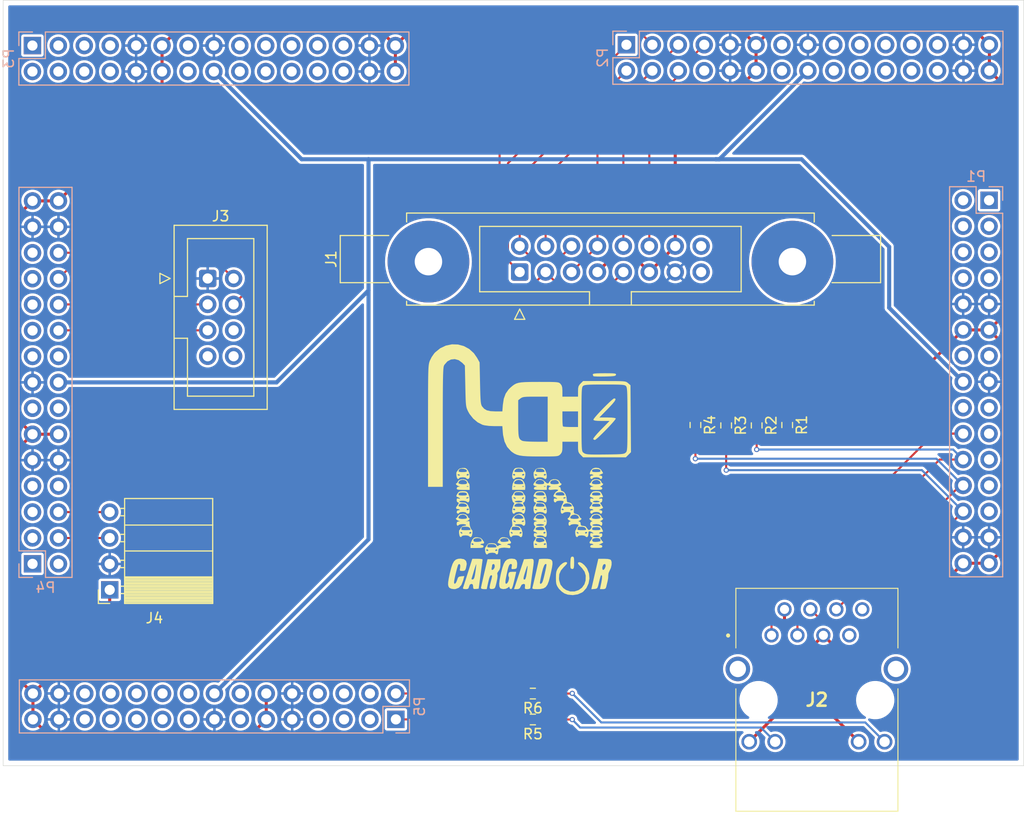
<source format=kicad_pcb>
(kicad_pcb (version 20221018) (generator pcbnew)
  (layers (0 "F.Cu" signal) (31 "B.Cu" signal) (34 "B.Paste" user) (35 "F.Paste" user) (36 "B.SilkS" user "B.Silkscreen") (37 "F.SilkS" user "F.Silkscreen") (38 "B.Mask" user) (39 "F.Mask" user) (44 "Edge.Cuts" user))
  (net 0 "")
  (net 3 "/screen_module/T_IRQ")
  (net 4 "/screen_module/T_CS")
  (net 5 "/screen_module/SDO(MISO)")
  (net 6 "/screen_module/SCK")
  (net 7 "/screen_module/SDI(MOSI)")
  (net 8 "/screen_module/DC")
  (net 9 "/screen_module/CS")
  (net 72 "/ethernet_module/TD+")
  (net 73 "+3.3V")
  (net 81 "/ethernet_module/TD-")
  (net 82 "/ethernet_module/RD+")
  (net 83 "/ethernet_module/RD-")
  (net 84 "Net-(J2-Pad10)")
  (net 85 "Net-(J2-Pad12)")
  (net 86 "GND")
  (net 87 "/SPI_module/RX")
  (net 88 "/SPI_module/CSn")
  (net 89 "/SPI_module/SCK")
  (net 90 "/SPI_module/TX")
  (net 92 "/bluetooth_module/RX")
  (net 93 "/bluetooth_module/TX")
  (net 108 "/ethernet_module/YLED-")
  (net 109 "/ethernet_module/GLED-")
  (net 110 "+5V")
  (footprint "Connector_IDC:IDC-Header_2x08-1MP_P2.54mm_Latch6.5mm_Vertical" (layer "F.Cu") (at 146.92 95.15 90)
    (fp_text reference "J1" (at 1.27 -18.47 90) (layer "F.SilkS"))
    (fp_text value "Conn_01x14")
    (pad "1" thru_hole roundrect (at 0 0 90) (size 1.7 1.7) (drill 1) (layers "*.Cu" "*.Mask") (roundrect_rratio 0.147059) (net 3 "/screen_module/T_IRQ"))
    (pad "2" thru_hole circle (at 2.54 0 90) (size 1.7 1.7) (drill 1) (layers "*.Cu" "*.Mask") (net 5 "/screen_module/SDO(MISO)"))
    (pad "3" thru_hole circle (at 0 2.54 90) (size 1.7 1.7) (drill 1) (layers "*.Cu" "*.Mask") (net 7 "/screen_module/SDI(MOSI)"))
    (pad "4" thru_hole circle (at 2.54 2.54 90) (size 1.7 1.7) (drill 1) (layers "*.Cu" "*.Mask") (net 4 "/screen_module/T_CS"))
    (pad "5" thru_hole circle (at 0 5.08 90) (size 1.7 1.7) (drill 1) (layers "*.Cu" "*.Mask") (net 6 "/screen_module/SCK"))
    (pad "6" thru_hole circle (at 2.54 5.08 90) (size 1.7 1.7) (drill 1) (layers "*.Cu" "*.Mask") (net 5 "/screen_module/SDO(MISO)"))
    (pad "7" thru_hole circle (at 0 7.62 90) (size 1.7 1.7) (drill 1) (layers "*.Cu" "*.Mask") (net 73 "+3.3V"))
    (pad "8" thru_hole circle (at 2.54 7.62 90) (size 1.7 1.7) (drill 1) (layers "*.Cu" "*.Mask") (net 6 "/screen_module/SCK"))
    (pad "9" thru_hole circle (at 0 10.16 90) (size 1.7 1.7) (drill 1) (layers "*.Cu" "*.Mask") (net 7 "/screen_module/SDI(MOSI)"))
    (pad "10" thru_hole circle (at 2.54 10.16 90) (size 1.7 1.7) (drill 1) (layers "*.Cu" "*.Mask") (net 8 "/screen_module/DC"))
    (pad "11" thru_hole circle (at 0 12.7 90) (size 1.7 1.7) (drill 1) (layers "*.Cu" "*.Mask") (net 73 "+3.3V"))
    (pad "12" thru_hole circle (at 2.54 12.7 90) (size 1.7 1.7) (drill 1) (layers "*.Cu" "*.Mask") (net 9 "/screen_module/CS"))
    (pad "13" thru_hole circle (at 0 15.24 90) (size 1.7 1.7) (drill 1) (layers "*.Cu" "*.Mask") (net 86 "GND"))
    (pad "14" thru_hole circle (at 2.54 15.24 90) (size 1.7 1.7) (drill 1) (layers "*.Cu" "*.Mask") (net 73 "+3.3V"))
    (pad "15" thru_hole circle (at 0 17.78 90) (size 1.7 1.7) (drill 1) (layers "*.Cu" "*.Mask"))
    (pad "16" thru_hole circle (at 2.54 17.78 90) (size 1.7 1.7) (drill 1) (layers "*.Cu" "*.Mask"))
    (pad "MP" thru_hole circle (at 1.02 -8.94 90) (size 8 8) (drill 2.69) (layers "*.Cu" "*.Mask"))
    (pad "MP" thru_hole circle (at 1.02 26.72 90) (size 8 8) (drill 2.69) (layers "*.Cu" "*.Mask"))
  )
  (footprint "Connector_PinSocket_2.54mm:PinSocket_1x04_P2.54mm_Horizontal" (layer "F.Cu") (at 106.75 126.29 180)
    (fp_text reference "J4" (at -4.38 -2.77) (layer "F.SilkS"))
    (fp_text value "Conn_01x04")
    (pad "1" thru_hole rect (at 0 0 180) (size 1.7 1.7) (drill 1) (layers "*.Cu" "*.Mask") (net 73 "+3.3V"))
    (pad "2" thru_hole oval (at 0 2.54 180) (size 1.7 1.7) (drill 1) (layers "*.Cu" "*.Mask") (net 86 "GND"))
    (pad "3" thru_hole oval (at 0 5.08 180) (size 1.7 1.7) (drill 1) (layers "*.Cu" "*.Mask") (net 93 "/bluetooth_module/TX"))
    (pad "4" thru_hole oval (at 0 7.62 180) (size 1.7 1.7) (drill 1) (layers "*.Cu" "*.Mask") (net 92 "/bluetooth_module/RX"))
  )
  (footprint "Resistor_SMD:R_0603_1608Metric_Pad0.98x0.95mm_HandSolder" (layer "F.Cu") (at 170.14 110.1775 -90)
    (fp_text reference "R2" (at 0 -1.43 90) (layer "F.SilkS"))
    (fp_text value "50" hide)
    (pad "1" smd roundrect (at -0.9125 0 270) (size 0.975 0.95) (layers "F.Cu" "F.Paste" "F.Mask") (net 73 "+3.3V"))
    (pad "2" smd roundrect (at 0.9125 0 270) (size 0.975 0.95) (layers "F.Cu" "F.Paste" "F.Mask") (net 81 "/ethernet_module/TD-"))
  )
  (footprint "Resistor_SMD:R_0603_1608Metric_Pad0.98x0.95mm_HandSolder" (layer "F.Cu") (at 167.15 110.1775 -90)
    (fp_text reference "R3" (at 0 -1.43 90) (layer "F.SilkS"))
    (fp_text value "50" hide)
    (pad "1" smd roundrect (at -0.9125 0 270) (size 0.975 0.95) (layers "F.Cu" "F.Paste" "F.Mask") (net 73 "+3.3V"))
    (pad "2" smd roundrect (at 0.9125 0 270) (size 0.975 0.95) (layers "F.Cu" "F.Paste" "F.Mask") (net 82 "/ethernet_module/RD+"))
  )
  (footprint "Connector_IDC:IDC-Header_2x04_P2.54mm_Vertical" (layer "F.Cu") (at 116.35 95.78)
    (fp_text reference "J3" (at 1.27 -6.1) (layer "F.SilkS"))
    (fp_text value "Conn_02x03_Counter_Clockwise" hide)
    (pad "1" thru_hole roundrect (at 0 0) (size 1.7 1.7) (drill 1) (layers "*.Cu" "*.Mask") (roundrect_rratio 0.147059) (net 86 "GND"))
    (pad "2" thru_hole circle (at 2.54 0) (size 1.7 1.7) (drill 1) (layers "*.Cu" "*.Mask") (net 87 "/SPI_module/RX"))
    (pad "3" thru_hole circle (at 0 2.54) (size 1.7 1.7) (drill 1) (layers "*.Cu" "*.Mask") (net 88 "/SPI_module/CSn"))
    (pad "4" thru_hole circle (at 2.54 2.54) (size 1.7 1.7) (drill 1) (layers "*.Cu" "*.Mask") (net 89 "/SPI_module/SCK"))
    (pad "5" thru_hole circle (at 0 5.08) (size 1.7 1.7) (drill 1) (layers "*.Cu" "*.Mask") (net 90 "/SPI_module/TX"))
    (pad "6" thru_hole circle (at 2.54 5.08) (size 1.7 1.7) (drill 1) (layers "*.Cu" "*.Mask"))
    (pad "7" thru_hole circle (at 0 7.62) (size 1.7 1.7) (drill 1) (layers "*.Cu" "*.Mask"))
    (pad "8" thru_hole circle (at 2.54 7.62) (size 1.7 1.7) (drill 1) (layers "*.Cu" "*.Mask"))
  )
  (footprint "Resistor_SMD:R_0603_1608Metric_Pad0.98x0.95mm_HandSolder" (layer "F.Cu") (at 148.21 138.99 180)
    (fp_text reference "R5" (at 0 -1.43) (layer "F.SilkS"))
    (fp_text value "330" hide)
    (pad "1" smd roundrect (at -0.9125 0 180) (size 0.975 0.95) (layers "F.Cu" "F.Paste" "F.Mask") (net 84 "Net-(J2-Pad10)"))
    (pad "2" smd roundrect (at 0.9125 0 180) (size 0.975 0.95) (layers "F.Cu" "F.Paste" "F.Mask") (net 108 "/ethernet_module/YLED-"))
  )
  (footprint "Resistor_SMD:R_0603_1608Metric_Pad0.98x0.95mm_HandSolder" (layer "F.Cu") (at 173.13 110.1375 -90)
    (fp_text reference "R1" (at 0 -1.43 90) (layer "F.SilkS"))
    (fp_text value "50" hide)
    (pad "1" smd roundrect (at -0.9125 0 270) (size 0.975 0.95) (layers "F.Cu" "F.Paste" "F.Mask") (net 73 "+3.3V"))
    (pad "2" smd roundrect (at 0.9125 0 270) (size 0.975 0.95) (layers "F.Cu" "F.Paste" "F.Mask") (net 72 "/ethernet_module/TD+"))
  )
  (footprint "Logo:UNCargador_Logo" (layer "F.Cu") (at 147.8788 114.5794)
    (fp_text reference "G***" hide)
    (fp_text value "LOGO" hide)
  )
  (footprint "Resistor_SMD:R_0603_1608Metric_Pad0.98x0.95mm_HandSolder" (layer "F.Cu") (at 164.14 110.1375 -90)
    (fp_text reference "R4" (at 0 -1.43 90) (layer "F.SilkS"))
    (fp_text value "50" hide)
    (pad "1" smd roundrect (at -0.9125 0 270) (size 0.975 0.95) (layers "F.Cu" "F.Paste" "F.Mask") (net 73 "+3.3V"))
    (pad "2" smd roundrect (at 0.9125 0 270) (size 0.975 0.95) (layers "F.Cu" "F.Paste" "F.Mask") (net 83 "/ethernet_module/RD-"))
  )
  (footprint "Resistor_SMD:R_0603_1608Metric_Pad0.98x0.95mm_HandSolder" (layer "F.Cu") (at 148.21 136.45 180)
    (fp_text reference "R6" (at 0 -1.43) (layer "F.SilkS"))
    (fp_text value "330" hide)
    (pad "1" smd roundrect (at -0.9125 0 180) (size 0.975 0.95) (layers "F.Cu" "F.Paste" "F.Mask") (net 85 "Net-(J2-Pad12)"))
    (pad "2" smd roundrect (at 0.9125 0 180) (size 0.975 0.95) (layers "F.Cu" "F.Paste" "F.Mask") (net 109 "/ethernet_module/GLED-"))
  )
  (footprint "KiCad:7499011121A" (layer "F.Cu") (at 176.04 137.06 180)
    (fp_text reference "J2" (at 0 0) (layer "F.SilkS") (effects (font (size 1.27 1.27) (thickness 0.254))))
    (fp_text value "7499011121A" hide)
    (pad "" np_thru_hole circle (at -5.715 -0.03 180) (size 3.25 3.25) (drill 3.25) (layers "*.Cu" "*.Mask"))
    (pad "" np_thru_hole circle (at 5.715 -0.03 180) (size 3.25 3.25) (drill 3.25) (layers "*.Cu" "*.Mask"))
    (pad "1" thru_hole circle (at 4.445 6.32 180) (size 1.4 1.4) (drill 0.9) (layers "*.Cu" "*.Mask") (net 72 "/ethernet_module/TD+"))
    (pad "2" thru_hole circle (at 3.175 8.86 180) (size 1.4 1.4) (drill 0.9) (layers "*.Cu" "*.Mask") (net 73 "+3.3V"))
    (pad "3" thru_hole circle (at 1.905 6.32 180) (size 1.4 1.4) (drill 0.9) (layers "*.Cu" "*.Mask") (net 81 "/ethernet_module/TD-"))
    (pad "4" thru_hole circle (at 0.635 8.86 180) (size 1.4 1.4) (drill 0.9) (layers "*.Cu" "*.Mask") (net 82 "/ethernet_module/RD+"))
    (pad "5" thru_hole circle (at -0.635 6.32 180) (size 1.4 1.4) (drill 0.9) (layers "*.Cu" "*.Mask") (net 73 "+3.3V"))
    (pad "6" thru_hole circle (at -1.905 8.86 180) (size 1.4 1.4) (drill 0.9) (layers "*.Cu" "*.Mask") (net 83 "/ethernet_module/RD-"))
    (pad "7" thru_hole circle (at -3.175 6.32 180) (size 1.4 1.4) (drill 0.9) (layers "*.Cu" "*.Mask"))
    (pad "8" thru_hole circle (at -4.445 8.86 180) (size 1.4 1.4) (drill 0.9) (layers "*.Cu" "*.Mask"))
    (pad "9" thru_hole circle (at 6.63 -4.11 180) (size 1.53 1.53) (drill 1.02) (layers "*.Cu" "*.Mask") (net 73 "+3.3V"))
    (pad "10" thru_hole circle (at 4.09 -4.11 180) (size 1.53 1.53) (drill 1.02) (layers "*.Cu" "*.Mask") (net 84 "Net-(J2-Pad10)"))
    (pad "11" thru_hole circle (at -4.09 -4.11 180) (size 1.53 1.53) (drill 1.02) (layers "*.Cu" "*.Mask") (net 73 "+3.3V"))
    (pad "12" thru_hole circle (at -6.63 -4.11 180) (size 1.53 1.53) (drill 1.02) (layers "*.Cu" "*.Mask") (net 85 "Net-(J2-Pad12)"))
    (pad "13" thru_hole circle (at -7.745 3.02 180) (size 2.4 2.4) (drill 1.6) (layers "*.Cu" "*.Mask"))
    (pad "14" thru_hole circle (at 7.745 3.02 180) (size 2.4 2.4) (drill 1.6) (layers "*.Cu" "*.Mask"))
  )
  (footprint "Connector_PinHeader_2.54mm:PinHeader_2x15_P2.54mm_Vertical" (layer "B.Cu") (at 192.91 88.12 180)
    (fp_text reference "P1" (at 1.27 2.33) (layer "B.SilkS") (effects (justify mirror)))
    (fp_text value "Conn_02x15_Counter_Clockwise" hide)
    (pad "1" thru_hole rect (at 0 0 180) (size 1.7 1.7) (drill 1) (layers "*.Cu" "*.Mask"))
    (pad "2" thru_hole oval (at 2.54 0 180) (size 1.7 1.7) (drill 1) (layers "*.Cu" "*.Mask"))
    (pad "3" thru_hole oval (at 0 -2.54 180) (size 1.7 1.7) (drill 1) (layers "*.Cu" "*.Mask"))
    (pad "4" thru_hole oval (at 2.54 -2.54 180) (size 1.7 1.7) (drill 1) (layers "*.Cu" "*.Mask"))
    (pad "5" thru_hole oval (at 0 -5.08 180) (size 1.7 1.7) (drill 1) (layers "*.Cu" "*.Mask"))
    (pad "6" thru_hole oval (at 2.54 -5.08 180) (size 1.7 1.7) (drill 1) (layers "*.Cu" "*.Mask"))
    (pad "7" thru_hole oval (at 0 -7.62 180) (size 1.7 1.7) (drill 1) (layers "*.Cu" "*.Mask"))
    (pad "8" thru_hole oval (at 2.54 -7.62 180) (size 1.7 1.7) (drill 1) (layers "*.Cu" "*.Mask"))
    (pad "9" thru_hole oval (at 0 -10.16 180) (size 1.7 1.7) (drill 1) (layers "*.Cu" "*.Mask") (net 86 "GND"))
    (pad "10" thru_hole oval (at 2.54 -10.16 180) (size 1.7 1.7) (drill 1) (layers "*.Cu" "*.Mask") (net 86 "GND"))
    (pad "11" thru_hole oval (at 0 -12.7 180) (size 1.7 1.7) (drill 1) (layers "*.Cu" "*.Mask") (net 73 "+3.3V"))
    (pad "12" thru_hole oval (at 2.54 -12.7 180) (size 1.7 1.7) (drill 1) (layers "*.Cu" "*.Mask") (net 73 "+3.3V"))
    (pad "13" thru_hole oval (at 0 -15.24 180) (size 1.7 1.7) (drill 1) (layers "*.Cu" "*.Mask"))
    (pad "14" thru_hole oval (at 2.54 -15.24 180) (size 1.7 1.7) (drill 1) (layers "*.Cu" "*.Mask"))
    (pad "15" thru_hole oval (at 0 -17.78 180) (size 1.7 1.7) (drill 1) (layers "*.Cu" "*.Mask") (net 86 "GND"))
    (pad "16" thru_hole oval (at 2.54 -17.78 180) (size 1.7 1.7) (drill 1) (layers "*.Cu" "*.Mask") (net 110 "+5V"))
    (pad "17" thru_hole oval (at 0 -20.32 180) (size 1.7 1.7) (drill 1) (layers "*.Cu" "*.Mask"))
    (pad "18" thru_hole oval (at 2.54 -20.32 180) (size 1.7 1.7) (drill 1) (layers "*.Cu" "*.Mask"))
    (pad "19" thru_hole oval (at 0 -22.86 180) (size 1.7 1.7) (drill 1) (layers "*.Cu" "*.Mask"))
    (pad "20" thru_hole oval (at 2.54 -22.86 180) (size 1.7 1.7) (drill 1) (layers "*.Cu" "*.Mask") (net 72 "/ethernet_module/TD+"))
    (pad "21" thru_hole oval (at 0 -25.4 180) (size 1.7 1.7) (drill 1) (layers "*.Cu" "*.Mask"))
    (pad "22" thru_hole oval (at 2.54 -25.4 180) (size 1.7 1.7) (drill 1) (layers "*.Cu" "*.Mask") (net 81 "/ethernet_module/TD-"))
    (pad "23" thru_hole oval (at 0 -27.94 180) (size 1.7 1.7) (drill 1) (layers "*.Cu" "*.Mask"))
    (pad "24" thru_hole oval (at 2.54 -27.94 180) (size 1.7 1.7) (drill 1) (layers "*.Cu" "*.Mask") (net 83 "/ethernet_module/RD-"))
    (pad "25" thru_hole oval (at 0 -30.48 180) (size 1.7 1.7) (drill 1) (layers "*.Cu" "*.Mask"))
    (pad "26" thru_hole oval (at 2.54 -30.48 180) (size 1.7 1.7) (drill 1) (layers "*.Cu" "*.Mask") (net 82 "/ethernet_module/RD+"))
    (pad "27" thru_hole oval (at 0 -33.02 180) (size 1.7 1.7) (drill 1) (layers "*.Cu" "*.Mask") (net 86 "GND"))
    (pad "28" thru_hole oval (at 2.54 -33.02 180) (size 1.7 1.7) (drill 1) (layers "*.Cu" "*.Mask") (net 86 "GND"))
    (pad "29" thru_hole oval (at 0 -35.56 180) (size 1.7 1.7) (drill 1) (layers "*.Cu" "*.Mask") (net 73 "+3.3V"))
    (pad "30" thru_hole oval (at 2.54 -35.56 180) (size 1.7 1.7) (drill 1) (layers "*.Cu" "*.Mask") (net 73 "+3.3V"))
  )
  (footprint "Connector_PinHeader_2.54mm:PinHeader_2x15_P2.54mm_Vertical" (layer "B.Cu") (at 134.79 138.98 90)
    (fp_text reference "P5" (at 1.27 2.33 90) (layer "B.SilkS") (effects (justify mirror)))
    (fp_text value "Conn_02x15_Counter_Clockwise" hide)
    (pad "1" thru_hole rect (at 0 0 90) (size 1.7 1.7) (drill 1) (layers "*.Cu" "*.Mask") (net 108 "/ethernet_module/YLED-"))
    (pad "2" thru_hole oval (at 2.54 0 90) (size 1.7 1.7) (drill 1) (layers "*.Cu" "*.Mask") (net 109 "/ethernet_module/GLED-"))
    (pad "3" thru_hole oval (at 0 -2.54 90) (size 1.7 1.7) (drill 1) (layers "*.Cu" "*.Mask"))
    (pad "4" thru_hole oval (at 2.54 -2.54 90) (size 1.7 1.7) (drill 1) (layers "*.Cu" "*.Mask"))
    (pad "5" thru_hole oval (at 0 -5.08 90) (size 1.7 1.7) (drill 1) (layers "*.Cu" "*.Mask"))
    (pad "6" thru_hole oval (at 2.54 -5.08 90) (size 1.7 1.7) (drill 1) (layers "*.Cu" "*.Mask"))
    (pad "7" thru_hole oval (at 0 -7.62 90) (size 1.7 1.7) (drill 1) (layers "*.Cu" "*.Mask"))
    (pad "8" thru_hole oval (at 2.54 -7.62 90) (size 1.7 1.7) (drill 1) (layers "*.Cu" "*.Mask"))
    (pad "9" thru_hole oval (at 0 -10.16 90) (size 1.7 1.7) (drill 1) (layers "*.Cu" "*.Mask") (net 86 "GND"))
    (pad "10" thru_hole oval (at 2.54 -10.16 90) (size 1.7 1.7) (drill 1) (layers "*.Cu" "*.Mask") (net 86 "GND"))
    (pad "11" thru_hole oval (at 0 -12.7 90) (size 1.7 1.7) (drill 1) (layers "*.Cu" "*.Mask") (net 73 "+3.3V"))
    (pad "12" thru_hole oval (at 2.54 -12.7 90) (size 1.7 1.7) (drill 1) (layers "*.Cu" "*.Mask") (net 73 "+3.3V"))
    (pad "13" thru_hole oval (at 0 -15.24 90) (size 1.7 1.7) (drill 1) (layers "*.Cu" "*.Mask"))
    (pad "14" thru_hole oval (at 2.54 -15.24 90) (size 1.7 1.7) (drill 1) (layers "*.Cu" "*.Mask"))
    (pad "15" thru_hole oval (at 0 -17.78 90) (size 1.7 1.7) (drill 1) (layers "*.Cu" "*.Mask") (net 86 "GND"))
    (pad "16" thru_hole oval (at 2.54 -17.78 90) (size 1.7 1.7) (drill 1) (layers "*.Cu" "*.Mask") (net 110 "+5V"))
    (pad "17" thru_hole oval (at 0 -20.32 90) (size 1.7 1.7) (drill 1) (layers "*.Cu" "*.Mask"))
    (pad "18" thru_hole oval (at 2.54 -20.32 90) (size 1.7 1.7) (drill 1) (layers "*.Cu" "*.Mask"))
    (pad "19" thru_hole oval (at 0 -22.86 90) (size 1.7 1.7) (drill 1) (layers "*.Cu" "*.Mask"))
    (pad "20" thru_hole oval (at 2.54 -22.86 90) (size 1.7 1.7) (drill 1) (layers "*.Cu" "*.Mask"))
    (pad "21" thru_hole oval (at 0 -25.4 90) (size 1.7 1.7) (drill 1) (layers "*.Cu" "*.Mask"))
    (pad "22" thru_hole oval (at 2.54 -25.4 90) (size 1.7 1.7) (drill 1) (layers "*.Cu" "*.Mask"))
    (pad "23" thru_hole oval (at 0 -27.94 90) (size 1.7 1.7) (drill 1) (layers "*.Cu" "*.Mask"))
    (pad "24" thru_hole oval (at 2.54 -27.94 90) (size 1.7 1.7) (drill 1) (layers "*.Cu" "*.Mask"))
    (pad "25" thru_hole oval (at 0 -30.48 90) (size 1.7 1.7) (drill 1) (layers "*.Cu" "*.Mask"))
    (pad "26" thru_hole oval (at 2.54 -30.48 90) (size 1.7 1.7) (drill 1) (layers "*.Cu" "*.Mask"))
    (pad "27" thru_hole oval (at 0 -33.02 90) (size 1.7 1.7) (drill 1) (layers "*.Cu" "*.Mask") (net 86 "GND"))
    (pad "28" thru_hole oval (at 2.54 -33.02 90) (size 1.7 1.7) (drill 1) (layers "*.Cu" "*.Mask") (net 86 "GND"))
    (pad "29" thru_hole oval (at 0 -35.56 90) (size 1.7 1.7) (drill 1) (layers "*.Cu" "*.Mask") (net 73 "+3.3V"))
    (pad "30" thru_hole oval (at 2.54 -35.56 90) (size 1.7 1.7) (drill 1) (layers "*.Cu" "*.Mask") (net 73 "+3.3V"))
  )
  (footprint "Connector_PinHeader_2.54mm:PinHeader_2x15_P2.54mm_Vertical" (layer "B.Cu") (at 157.38 72.88 -90)
    (fp_text reference "P2" (at 1.27 2.33 90) (layer "B.SilkS") (effects (justify mirror)))
    (fp_text value "Conn_02x15_Counter_Clockwise" hide)
    (pad "1" thru_hole rect (at 0 0 270) (size 1.7 1.7) (drill 1) (layers "*.Cu" "*.Mask") (net 3 "/screen_module/T_IRQ"))
    (pad "2" thru_hole oval (at 2.54 0 270) (size 1.7 1.7) (drill 1) (layers "*.Cu" "*.Mask") (net 5 "/screen_module/SDO(MISO)"))
    (pad "3" thru_hole oval (at 0 -2.54 270) (size 1.7 1.7) (drill 1) (layers "*.Cu" "*.Mask") (net 7 "/screen_module/SDI(MOSI)"))
    (pad "4" thru_hole oval (at 2.54 -2.54 270) (size 1.7 1.7) (drill 1) (layers "*.Cu" "*.Mask") (net 4 "/screen_module/T_CS"))
    (pad "5" thru_hole oval (at 0 -5.08 270) (size 1.7 1.7) (drill 1) (layers "*.Cu" "*.Mask") (net 6 "/screen_module/SCK"))
    (pad "6" thru_hole oval (at 2.54 -5.08 270) (size 1.7 1.7) (drill 1) (layers "*.Cu" "*.Mask") (net 8 "/screen_module/DC"))
    (pad "7" thru_hole oval (at 0 -7.62 270) (size 1.7 1.7) (drill 1) (layers "*.Cu" "*.Mask") (net 9 "/screen_module/CS"))
    (pad "8" thru_hole oval (at 2.54 -7.62 270) (size 1.7 1.7) (drill 1) (layers "*.Cu" "*.Mask"))
    (pad "9" thru_hole oval (at 0 -10.16 270) (size 1.7 1.7) (drill 1) (layers "*.Cu" "*.Mask") (net 86 "GND"))
    (pad "10" thru_hole oval (at 2.54 -10.16 270) (size 1.7 1.7) (drill 1) (layers "*.Cu" "*.Mask") (net 86 "GND"))
    (pad "11" thru_hole oval (at 0 -12.7 270) (size 1.7 1.7) (drill 1) (layers "*.Cu" "*.Mask") (net 73 "+3.3V"))
    (pad "12" thru_hole oval (at 2.54 -12.7 270) (size 1.7 1.7) (drill 1) (layers "*.Cu" "*.Mask") (net 73 "+3.3V"))
    (pad "13" thru_hole oval (at 0 -15.24 270) (size 1.7 1.7) (drill 1) (layers "*.Cu" "*.Mask"))
    (pad "14" thru_hole oval (at 2.54 -15.24 270) (size 1.7 1.7) (drill 1) (layers "*.Cu" "*.Mask"))
    (pad "15" thru_hole oval (at 0 -17.78 270) (size 1.7 1.7) (drill 1) (layers "*.Cu" "*.Mask") (net 86 "GND"))
    (pad "16" thru_hole oval (at 2.54 -17.78 270) (size 1.7 1.7) (drill 1) (layers "*.Cu" "*.Mask") (net 110 "+5V"))
    (pad "17" thru_hole oval (at 0 -20.32 270) (size 1.7 1.7) (drill 1) (layers "*.Cu" "*.Mask"))
    (pad "18" thru_hole oval (at 2.54 -20.32 270) (size 1.7 1.7) (drill 1) (layers "*.Cu" "*.Mask"))
    (pad "19" thru_hole oval (at 0 -22.86 270) (size 1.7 1.7) (drill 1) (layers "*.Cu" "*.Mask"))
    (pad "20" thru_hole oval (at 2.54 -22.86 270) (size 1.7 1.7) (drill 1) (layers "*.Cu" "*.Mask"))
    (pad "21" thru_hole oval (at 0 -25.4 270) (size 1.7 1.7) (drill 1) (layers "*.Cu" "*.Mask"))
    (pad "22" thru_hole oval (at 2.54 -25.4 270) (size 1.7 1.7) (drill 1) (layers "*.Cu" "*.Mask"))
    (pad "23" thru_hole oval (at 0 -27.94 270) (size 1.7 1.7) (drill 1) (layers "*.Cu" "*.Mask"))
    (pad "24" thru_hole oval (at 2.54 -27.94 270) (size 1.7 1.7) (drill 1) (layers "*.Cu" "*.Mask"))
    (pad "25" thru_hole oval (at 0 -30.48 270) (size 1.7 1.7) (drill 1) (layers "*.Cu" "*.Mask"))
    (pad "26" thru_hole oval (at 2.54 -30.48 270) (size 1.7 1.7) (drill 1) (layers "*.Cu" "*.Mask"))
    (pad "27" thru_hole oval (at 0 -33.02 270) (size 1.7 1.7) (drill 1) (layers "*.Cu" "*.Mask") (net 86 "GND"))
    (pad "28" thru_hole oval (at 2.54 -33.02 270) (size 1.7 1.7) (drill 1) (layers "*.Cu" "*.Mask") (net 86 "GND"))
    (pad "29" thru_hole oval (at 0 -35.56 270) (size 1.7 1.7) (drill 1) (layers "*.Cu" "*.Mask") (net 73 "+3.3V"))
    (pad "30" thru_hole oval (at 2.54 -35.56 270) (size 1.7 1.7) (drill 1) (layers "*.Cu" "*.Mask") (net 73 "+3.3V"))
  )
  (footprint "Connector_PinHeader_2.54mm:PinHeader_2x15_P2.54mm_Vertical" (layer "B.Cu") (at 99.19 123.74)
    (fp_text reference "P4" (at 1.27 2.33) (layer "B.SilkS") (effects (justify mirror)))
    (fp_text value "Conn_02x15_Counter_Clockwise" hide)
    (pad "1" thru_hole rect (at 0 0) (size 1.7 1.7) (drill 1) (layers "*.Cu" "*.Mask"))
    (pad "2" thru_hole oval (at 2.54 0) (size 1.7 1.7) (drill 1) (layers "*.Cu" "*.Mask"))
    (pad "3" thru_hole oval (at 0 -2.54) (size 1.7 1.7) (drill 1) (layers "*.Cu" "*.Mask"))
    (pad "4" thru_hole oval (at 2.54 -2.54) (size 1.7 1.7) (drill 1) (layers "*.Cu" "*.Mask") (net 93 "/bluetooth_module/TX"))
    (pad "5" thru_hole oval (at 0 -5.08) (size 1.7 1.7) (drill 1) (layers "*.Cu" "*.Mask"))
    (pad "6" thru_hole oval (at 2.54 -5.08) (size 1.7 1.7) (drill 1) (layers "*.Cu" "*.Mask") (net 92 "/bluetooth_module/RX"))
    (pad "7" thru_hole oval (at 0 -7.62) (size 1.7 1.7) (drill 1) (layers "*.Cu" "*.Mask"))
    (pad "8" thru_hole oval (at 2.54 -7.62) (size 1.7 1.7) (drill 1) (layers "*.Cu" "*.Mask"))
    (pad "9" thru_hole oval (at 0 -10.16) (size 1.7 1.7) (drill 1) (layers "*.Cu" "*.Mask") (net 86 "GND"))
    (pad "10" thru_hole oval (at 2.54 -10.16) (size 1.7 1.7) (drill 1) (layers "*.Cu" "*.Mask") (net 86 "GND"))
    (pad "11" thru_hole oval (at 0 -12.7) (size 1.7 1.7) (drill 1) (layers "*.Cu" "*.Mask") (net 73 "+3.3V"))
    (pad "12" thru_hole oval (at 2.54 -12.7) (size 1.7 1.7) (drill 1) (layers "*.Cu" "*.Mask") (net 73 "+3.3V"))
    (pad "13" thru_hole oval (at 0 -15.24) (size 1.7 1.7) (drill 1) (layers "*.Cu" "*.Mask"))
    (pad "14" thru_hole oval (at 2.54 -15.24) (size 1.7 1.7) (drill 1) (layers "*.Cu" "*.Mask"))
    (pad "15" thru_hole oval (at 0 -17.78) (size 1.7 1.7) (drill 1) (layers "*.Cu" "*.Mask") (net 86 "GND"))
    (pad "16" thru_hole oval (at 2.54 -17.78) (size 1.7 1.7) (drill 1) (layers "*.Cu" "*.Mask") (net 110 "+5V"))
    (pad "17" thru_hole oval (at 0 -20.32) (size 1.7 1.7) (drill 1) (layers "*.Cu" "*.Mask"))
    (pad "18" thru_hole oval (at 2.54 -20.32) (size 1.7 1.7) (drill 1) (layers "*.Cu" "*.Mask"))
    (pad "19" thru_hole oval (at 0 -22.86) (size 1.7 1.7) (drill 1) (layers "*.Cu" "*.Mask"))
    (pad "20" thru_hole oval (at 2.54 -22.86) (size 1.7 1.7) (drill 1) (layers "*.Cu" "*.Mask") (net 90 "/SPI_module/TX"))
    (pad "21" thru_hole oval (at 0 -25.4) (size 1.7 1.7) (drill 1) (layers "*.Cu" "*.Mask"))
    (pad "22" thru_hole oval (at 2.54 -25.4) (size 1.7 1.7) (drill 1) (layers "*.Cu" "*.Mask") (net 88 "/SPI_module/CSn"))
    (pad "23" thru_hole oval (at 0 -27.94) (size 1.7 1.7) (drill 1) (layers "*.Cu" "*.Mask"))
    (pad "24" thru_hole oval (at 2.54 -27.94) (size 1.7 1.7) (drill 1) (layers "*.Cu" "*.Mask") (net 87 "/SPI_module/RX"))
    (pad "25" thru_hole oval (at 0 -30.48) (size 1.7 1.7) (drill 1) (layers "*.Cu" "*.Mask"))
    (pad "26" thru_hole oval (at 2.54 -30.48) (size 1.7 1.7) (drill 1) (layers "*.Cu" "*.Mask") (net 89 "/SPI_module/SCK"))
    (pad "27" thru_hole oval (at 0 -33.02) (size 1.7 1.7) (drill 1) (layers "*.Cu" "*.Mask") (net 86 "GND"))
    (pad "28" thru_hole oval (at 2.54 -33.02) (size 1.7 1.7) (drill 1) (layers "*.Cu" "*.Mask") (net 86 "GND"))
    (pad "29" thru_hole oval (at 0 -35.56) (size 1.7 1.7) (drill 1) (layers "*.Cu" "*.Mask") (net 73 "+3.3V"))
    (pad "30" thru_hole oval (at 2.54 -35.56) (size 1.7 1.7) (drill 1) (layers "*.Cu" "*.Mask") (net 73 "+3.3V"))
  )
  (footprint "Connector_PinHeader_2.54mm:PinHeader_2x15_P2.54mm_Vertical" (layer "B.Cu") (at 99.18 72.96 -90)
    (fp_text reference "P3" (at 1.27 2.33 90) (layer "B.SilkS") (effects (justify mirror)))
    (fp_text value "Conn_02x15_Counter_Clockwise" hide)
    (pad "1" thru_hole rect (at 0 0 270) (size 1.7 1.7) (drill 1) (layers "*.Cu" "*.Mask"))
    (pad "2" thru_hole oval (at 2.54 0 270) (size 1.7 1.7) (drill 1) (layers "*.Cu" "*.Mask"))
    (pad "3" thru_hole oval (at 0 -2.54 270) (size 1.7 1.7) (drill 1) (layers "*.Cu" "*.Mask"))
    (pad "4" thru_hole oval (at 2.54 -2.54 270) (size 1.7 1.7) (drill 1) (layers "*.Cu" "*.Mask"))
    (pad "5" thru_hole oval (at 0 -5.08 270) (size 1.7 1.7) (drill 1) (layers "*.Cu" "*.Mask"))
    (pad "6" thru_hole oval (at 2.54 -5.08 270) (size 1.7 1.7) (drill 1) (layers "*.Cu" "*.Mask"))
    (pad "7" thru_hole oval (at 0 -7.62 270) (size 1.7 1.7) (drill 1) (layers "*.Cu" "*.Mask"))
    (pad "8" thru_hole oval (at 2.54 -7.62 270) (size 1.7 1.7) (drill 1) (layers "*.Cu" "*.Mask"))
    (pad "9" thru_hole oval (at 0 -10.16 270) (size 1.7 1.7) (drill 1) (layers "*.Cu" "*.Mask") (net 86 "GND"))
    (pad "10" thru_hole oval (at 2.54 -10.16 270) (size 1.7 1.7) (drill 1) (layers "*.Cu" "*.Mask") (net 86 "GND"))
    (pad "11" thru_hole oval (at 0 -12.7 270) (size 1.7 1.7) (drill 1) (layers "*.Cu" "*.Mask") (net 73 "+3.3V"))
    (pad "12" thru_hole oval (at 2.54 -12.7 270) (size 1.7 1.7) (drill 1) (layers "*.Cu" "*.Mask") (net 73 "+3.3V"))
    (pad "13" thru_hole oval (at 0 -15.24 270) (size 1.7 1.7) (drill 1) (layers "*.Cu" "*.Mask"))
    (pad "14" thru_hole oval (at 2.54 -15.24 270) (size 1.7 1.7) (drill 1) (layers "*.Cu" "*.Mask"))
    (pad "15" thru_hole oval (at 0 -17.78 270) (size 1.7 1.7) (drill 1) (layers "*.Cu" "*.Mask") (net 86 "GND"))
    (pad "16" thru_hole oval (at 2.54 -17.78 270) (size 1.7 1.7) (drill 1) (layers "*.Cu" "*.Mask") (net 110 "+5V"))
    (pad "17" thru_hole oval (at 0 -20.32 270) (size 1.7 1.7) (drill 1) (layers "*.Cu" "*.Mask"))
    (pad "18" thru_hole oval (at 2.54 -20.32 270) (size 1.7 1.7) (drill 1) (layers "*.Cu" "*.Mask"))
    (pad "19" thru_hole oval (at 0 -22.86 270) (size 1.7 1.7) (drill 1) (layers "*.Cu" "*.Mask"))
    (pad "20" thru_hole oval (at 2.54 -22.86 270) (size 1.7 1.7) (drill 1) (layers "*.Cu" "*.Mask"))
    (pad "21" thru_hole oval (at 0 -25.4 270) (size 1.7 1.7) (drill 1) (layers "*.Cu" "*.Mask"))
    (pad "22" thru_hole oval (at 2.54 -25.4 270) (size 1.7 1.7) (drill 1) (layers "*.Cu" "*.Mask"))
    (pad "23" thru_hole oval (at 0 -27.94 270) (size 1.7 1.7) (drill 1) (layers "*.Cu" "*.Mask"))
    (pad "24" thru_hole oval (at 2.54 -27.94 270) (size 1.7 1.7) (drill 1) (layers "*.Cu" "*.Mask"))
    (pad "25" thru_hole oval (at 0 -30.48 270) (size 1.7 1.7) (drill 1) (layers "*.Cu" "*.Mask"))
    (pad "26" thru_hole oval (at 2.54 -30.48 270) (size 1.7 1.7) (drill 1) (layers "*.Cu" "*.Mask"))
    (pad "27" thru_hole oval (at 0 -33.02 270) (size 1.7 1.7) (drill 1) (layers "*.Cu" "*.Mask") (net 86 "GND"))
    (pad "28" thru_hole oval (at 2.54 -33.02 270) (size 1.7 1.7) (drill 1) (layers "*.Cu" "*.Mask") (net 86 "GND"))
    (pad "29" thru_hole oval (at 0 -35.56 270) (size 1.7 1.7) (drill 1) (layers "*.Cu" "*.Mask") (net 73 "+3.3V"))
    (pad "30" thru_hole oval (at 2.54 -35.56 270) (size 1.7 1.7) (drill 1) (layers "*.Cu" "*.Mask") (net 73 "+3.3V"))
  )
  (gr_rect (start 96.31 68.52) (end 196.31 143.52) (stroke (width 0.05)) (fill none) (layer "Edge.Cuts"))
  (segment (start 145.77 84.49) (end 157.38 72.88) (width 0.2) (layer "F.Cu") (net 3))
  (segment (start 146.92 95.15) (end 145.77 94) (width 0.2) (layer "F.Cu") (net 3))
  (segment (start 145.77 94) (end 145.77 84.49) (width 0.2) (layer "F.Cu") (net 3))
  (segment (start 149.46 92.61) (end 149.46 85.88) (width 0.2) (layer "F.Cu") (net 4))
  (segment (start 149.46 85.88) (end 159.92 75.42) (width 0.2) (layer "F.Cu") (net 4))
  (segment (start 150.73 93.88) (end 152 92.61) (width 0.2) (layer "F.Cu") (net 5))
  (segment (start 148.19 93.88) (end 150.73 93.88) (width 0.2) (layer "F.Cu") (net 5))
  (segment (start 146.92 85.88) (end 157.38 75.42) (width 0.2) (layer "F.Cu") (net 5))
  (segment (start 146.92 92.61) (end 146.92 85.88) (width 0.2) (layer "F.Cu") (net 5))
  (segment (start 146.92 92.61) (end 148.19 93.88) (width 0.2) (layer "F.Cu") (net 5))
  (segment (start 161.18 75.94) (end 161.18 74.16) (width 0.2) (layer "F.Cu") (net 6))
  (segment (start 161.18 74.16) (end 162.46 72.88) (width 0.2) (layer "F.Cu") (net 6))
  (segment (start 154.54 82.58) (end 161.18 75.94) (width 0.2) (layer "F.Cu") (net 6))
  (segment (start 152 95.15) (end 154.54 92.61) (width 0.2) (layer "F.Cu") (net 6))
  (segment (start 154.54 92.61) (end 154.54 82.58) (width 0.2) (layer "F.Cu") (net 6))
  (segment (start 155.68 71.4) (end 158.44 71.4) (width 0.2) (layer "F.Cu") (net 7))
  (segment (start 148.07 96.54) (end 145.97 96.54) (width 0.2) (layer "F.Cu") (net 7))
  (segment (start 155.54 96.69) (end 151 96.69) (width 0.2) (layer "F.Cu") (net 7))
  (segment (start 157.08 95.15) (end 155.54 96.69) (width 0.2) (layer "F.Cu") (net 7))
  (segment (start 158.44 71.4) (end 159.92 72.88) (width 0.2) (layer "F.Cu") (net 7))
  (segment (start 145.97 96.54) (end 144.95 95.52) (width 0.2) (layer "F.Cu") (net 7))
  (segment (start 144.95 82.13) (end 155.68 71.4) (width 0.2) (layer "F.Cu") (net 7))
  (segment (start 144.95 95.52) (end 144.95 82.13) (width 0.2) (layer "F.Cu") (net 7))
  (segment (start 149.46 95.15) (end 148.07 96.54) (width 0.2) (layer "F.Cu") (net 7))
  (segment (start 151 96.69) (end 149.46 95.15) (width 0.2) (layer "F.Cu") (net 7))
  (segment (start 157.08 92.61) (end 157.08 81.32) (width 0.2) (layer "F.Cu") (net 8))
  (segment (start 162.415686 75.984314) (end 162.415686 75.42) (width 0.2) (layer "F.Cu") (net 8))
  (segment (start 157.08 81.32) (end 162.415686 75.984314) (width 0.2) (layer "F.Cu") (net 8))
  (segment (start 159.62 92.61) (end 159.62 79.99) (width 0.2) (layer "F.Cu") (net 9))
  (segment (start 163.73 74.15) (end 165 72.88) (width 0.2) (layer "F.Cu") (net 9))
  (segment (start 159.62 79.99) (end 163.73 75.88) (width 0.2) (layer "F.Cu") (net 9))
  (segment (start 163.73 75.88) (end 163.73 74.15) (width 0.2) (layer "F.Cu") (net 9))
  (segment (start 173.2 110.98) (end 190.37 110.98) (width 0.2) (layer "F.Cu") (net 72))
  (segment (start 171.595 130.74) (end 171.595 126.915) (width 0.2) (layer "F.Cu") (net 72))
  (segment (start 173.13 111.05) (end 173.2 110.98) (width 0.2) (layer "F.Cu") (net 72))
  (segment (start 171.595 126.915) (end 187.53 110.98) (width 0.2) (layer "F.Cu") (net 72))
  (segment (start 187.53 110.98) (end 190.37 110.98) (width 0.2) (layer "F.Cu") (net 72))
  (segment (start 99.19 111.04) (end 101.73 111.04) (width 0.3) (layer "F.Cu") (net 73))
  (segment (start 134.74 72.96) (end 136.99 70.71) (width 0.3) (layer "F.Cu") (net 73))
  (segment (start 170.14 109.265) (end 173.09 109.265) (width 0.3) (layer "F.Cu") (net 73))
  (segment (start 113.44 71.4) (end 111.88 72.96) (width 0.3) (layer "F.Cu") (net 73))
  (segment (start 192.91 100.82) (end 194.49 102.4) (width 0.3) (layer "F.Cu") (net 73))
  (segment (start 167.11 109.225) (end 167.15 109.265) (width 0.3) (layer "F.Cu") (net 73))
  (segment (start 190.37 100.82) (end 192.91 100.82) (width 0.3) (layer "F.Cu") (net 73))
  (segment (start 192.94 72.88) (end 191.44 71.38) (width 0.3) (layer "F.Cu") (net 73))
  (segment (start 97.62 109.47) (end 97.62 89.75) (width 0.3) (layer "F.Cu") (net 73))
  (segment (start 176.02 137.06) (end 180.13 141.17) (width 0.3) (layer "F.Cu") (net 73))
  (segment (start 169.41 141.17) (end 173.52 137.06) (width 0.3) (layer "F.Cu") (net 73))
  (segment (start 133.18 71.4) (end 113.44 71.4) (width 0.3) (layer "F.Cu") (net 73))
  (segment (start 172.865 135.145) (end 174.78 137.06) (width 0.3) (layer "F.Cu") (net 73))
  (segment (start 172.865 132.23) (end 175.185 132.23) (width 0.3) (layer "F.Cu") (net 73))
  (segment (start 99.23 136.44) (end 97.34 134.55) (width 0.3) (layer "F.Cu") (net 73))
  (segment (start 181.965 109.225) (end 190.37 100.82) (width 0.3) (layer "F.Cu") (net 73))
  (segment (start 173.13 109.225) (end 181.965 109.225) (width 0.3) (layer "F.Cu") (net 73))
  (segment (start 162.16 92.61) (end 162.16 83.34) (width 0.3) (layer "F.Cu") (net 73))
  (segment (start 154.54 95.15) (end 155.8 93.89) (width 0.3) (layer "F.Cu") (net 73))
  (segment (start 194.49 102.4) (end 194.49 122.1) (width 0.3) (layer "F.Cu") (net 73))
  (segment (start 172.865 128.2) (end 172.865 132.23) (width 0.3) (layer "F.Cu") (net 73))
  (segment (start 194.68 77.16) (end 194.68 99.05) (width 0.3) (layer "F.Cu") (net 73))
  (segment (start 194.68 99.05) (end 192.91 100.82) (width 0.3) (layer "F.Cu") (net 73))
  (segment (start 122.09 138.98) (end 120.51 140.56) (width 0.3) (layer "F.Cu") (net 73))
  (segment (start 159.62 95.15) (end 162.16 92.61) (width 0.3) (layer "F.Cu") (net 73))
  (segment (start 171.58 71.38) (end 170.08 72.88) (width 0.3) (layer "F.Cu") (net 73))
  (segment (start 176.675 130.74) (end 178.145 132.21) (width 0.3) (layer "F.Cu") (net 73))
  (segment (start 136.99 70.71) (end 167.91 70.71) (width 0.3) (layer "F.Cu") (net 73))
  (segment (start 99.23 136.44) (end 99.23 138.98) (width 0.3) (layer "F.Cu") (net 73))
  (segment (start 191.44 71.38) (end 171.58 71.38) (width 0.3) (layer "F.Cu") (net 73))
  (segment (start 167.91 70.71) (end 170.08 72.88) (width 0.3) (layer "F.Cu") (net 73))
  (segment (start 99.19 111.04) (end 97.62 109.47) (width 0.3) (layer "F.Cu") (net 73))
  (segment (start 155.8 93.89) (end 158.36 93.89) (width 0.3) (layer "F.Cu") (net 73))
  (segment (start 100.81 140.56) (end 99.23 138.98) (width 0.3) (layer "F.Cu") (net 73))
  (segment (start 97.34 112.89) (end 99.19 111.04) (width 0.3) (layer "F.Cu") (net 73))
  (segment (start 111.88 78.03) (end 101.73 88.18) (width 0.3) (layer "F.Cu") (net 73))
  (segment (start 170.08 75.42) (end 170.08 72.88) (width 0.3) (layer "F.Cu") (net 73))
  (segment (start 175.185 132.23) (end 176.675 130.74) (width 0.3) (layer "F.Cu") (net 73))
  (segment (start 173.52 137.06) (end 174.78 137.06) (width 0.3) (layer "F.Cu") (net 73))
  (segment (start 122.09 138.98) (end 122.09 136.44) (width 0.3) (layer "F.Cu") (net 73))
  (segment (start 162.16 83.34) (end 170.08 75.42) (width 0.3) (layer "F.Cu") (net 73))
  (segment (start 167.15 109.265) (end 170.14 109.265) (width 0.3) (layer "F.Cu") (net 73))
  (segment (start 134.74 75.5) (end 134.74 72.96) (width 0.3) (layer "F.Cu") (net 73))
  (segment (start 192.94 72.88) (end 192.94 75.42) (width 0.3) (layer "F.Cu") (net 73))
  (segment (start 97.34 134.55) (end 97.34 112.89) (width 0.3) (layer "F.Cu") (net 73))
  (segment (start 181.84 132.21) (end 190.37 123.68) (width 0.3) (layer "F.Cu") (net 73))
  (segment (start 99.19 88.18) (end 101.73 88.18) (width 0.3) (layer "F.Cu") (net 73))
  (segment (start 172.865 132.23) (end 172.865 135.145) (width 0.3) (layer "F.Cu") (net 73))
  (segment (start 134.74 72.96) (end 133.18 71.4) (width 0.3) (layer "F.Cu") (net 73))
  (segment (start 111.88 75.5) (end 111.88 78.03) (width 0.3) (layer "F.Cu") (net 73))
  (segment (start 97.62 89.75) (end 99.19 88.18) (width 0.3) (layer "F.Cu") (net 73))
  (segment (start 174.78 137.06) (end 176.02 137.06) (width 0.3) (layer "F.Cu") (net 73))
  (segment (start 120.51 140.56) (end 100.81 140.56) (width 0.3) (layer "F.Cu") (net 73))
  (segment (start 158.36 93.89) (end 159.62 95.15) (width 0.3) (layer "F.Cu") (net 73))
  (segment (start 190.37 123.68) (end 192.91 123.68) (width 0.3) (layer "F.Cu") (net 73))
  (segment (start 194.49 122.1) (end 192.91 123.68) (width 0.3) (layer "F.Cu") (net 73))
  (segment (start 106.75 126.29) (end 106.75 128.92) (width 0.3) (layer "F.Cu") (net 73))
  (segment (start 192.94 75.42) (end 194.68 77.16) (width 0.3) (layer "F.Cu") (net 73))
  (segment (start 178.145 132.21) (end 181.84 132.21) (width 0.3) (layer "F.Cu") (net 73))
  (segment (start 111.88 75.5) (end 111.88 72.96) (width 0.3) (layer "F.Cu") (net 73))
  (segment (start 106.75 128.92) (end 99.23 136.44) (width 0.3) (layer "F.Cu") (net 73))
  (segment (start 164.14 109.225) (end 167.11 109.225) (width 0.3) (layer "F.Cu") (net 73))
  (segment (start 173.09 109.265) (end 173.13 109.225) (width 0.3) (layer "F.Cu") (net 73))
  (segment (start 170.14 111.09) (end 170.14 112.54) (width 0.2) (layer "F.Cu") (net 81))
  (segment (start 174.135 127.455) (end 188.07 113.52) (width 0.2) (layer "F.Cu") (net 81))
  (segment (start 188.07 113.52) (end 190.37 113.52) (width 0.2) (layer "F.Cu") (net 81))
  (segment (start 174.135 130.74) (end 174.135 127.455) (width 0.2) (layer "F.Cu") (net 81))
  (via (at 170.14 112.54) (size 0.5) (drill 0.3) (layers "F.Cu" "B.Cu") (net 81))
  (segment (start 170.14 112.54) (end 189.39 112.54) (width 0.2) (layer "B.Cu") (net 81))
  (segment (start 189.39 112.54) (end 190.37 113.52) (width 0.2) (layer "B.Cu") (net 81))
  (segment (start 185.5 123.47) (end 190.37 118.6) (width 0.2) (layer "F.Cu") (net 82))
  (segment (start 176.705 129.5) (end 181.35 129.5) (width 0.2) (layer "F.Cu") (net 82))
  (segment (start 167.15 111.09) (end 167.15 114.55) (width 0.2) (layer "F.Cu") (net 82))
  (segment (start 181.35 129.5) (end 185.5 125.35) (width 0.2) (layer "F.Cu") (net 82))
  (segment (start 167.15 114.55) (end 167.16 114.56) (width 0.2) (layer "F.Cu") (net 82))
  (segment (start 175.405 128.2) (end 176.705 129.5) (width 0.2) (layer "F.Cu") (net 82))
  (segment (start 185.5 125.35) (end 185.5 123.47) (width 0.2) (layer "F.Cu") (net 82))
  (via (at 167.16 114.56) (size 0.5) (drill 0.3) (layers "F.Cu" "B.Cu") (net 82))
  (segment (start 186.33 114.56) (end 190.37 118.6) (width 0.2) (layer "B.Cu") (net 82))
  (segment (start 167.16 114.56) (end 186.33 114.56) (width 0.2) (layer "B.Cu") (net 82))
  (segment (start 164.14 113.43) (end 164.13 113.44) (width 0.2) (layer "F.Cu") (net 83))
  (segment (start 177.945 128.2) (end 190.085 116.06) (width 0.2) (layer "F.Cu") (net 83))
  (segment (start 190.085 116.06) (end 190.37 116.06) (width 0.2) (layer "F.Cu") (net 83))
  (segment (start 164.14 111.05) (end 164.14 113.43) (width 0.2) (layer "F.Cu") (net 83))
  (via (at 164.13 113.44) (size 0.5) (drill 0.3) (layers "F.Cu" "B.Cu") (net 83))
  (segment (start 164.13 113.44) (end 187.75 113.44) (width 0.2) (layer "B.Cu") (net 83))
  (segment (start 187.75 113.44) (end 190.37 116.06) (width 0.2) (layer "B.Cu") (net 83))
  (segment (start 152.06 138.99) (end 152.07 139) (width 0.2) (layer "F.Cu") (net 84))
  (segment (start 149.1225 138.99) (end 152.06 138.99) (width 0.2) (layer "F.Cu") (net 84))
  (via (at 152.07 139) (size 0.5) (drill 0.3) (layers "F.Cu" "B.Cu") (net 84))
  (segment (start 152.07 139) (end 152.85 139.78) (width 0.2) (layer "B.Cu") (net 84))
  (segment (start 152.85 139.78) (end 170.56 139.78) (width 0.2) (layer "B.Cu") (net 84))
  (segment (start 170.56 139.78) (end 171.95 141.17) (width 0.2) (layer "B.Cu") (net 84))
  (segment (start 152.05 136.45) (end 152.07 136.43) (width 0.2) (layer "F.Cu") (net 85))
  (segment (start 149.1225 136.45) (end 152.05 136.45) (width 0.2) (layer "F.Cu") (net 85))
  (via (at 152.07 136.43) (size 0.5) (drill 0.3) (layers "F.Cu" "B.Cu") (net 85))
  (segment (start 154.92 139.28) (end 180.78 139.28) (width 0.2) (layer "B.Cu") (net 85))
  (segment (start 180.78 139.28) (end 182.67 141.17) (width 0.2) (layer "B.Cu") (net 85))
  (segment (start 152.07 136.43) (end 154.92 139.28) (width 0.2) (layer "B.Cu") (net 85))
  (segment (start 118.89 95.78) (end 117.4 94.29) (width 0.2) (layer "F.Cu") (net 87))
  (segment (start 103.24 94.29) (end 101.73 95.8) (width 0.2) (layer "F.Cu") (net 87))
  (segment (start 117.4 94.29) (end 103.24 94.29) (width 0.2) (layer "F.Cu") (net 87))
  (segment (start 101.75 98.32) (end 101.73 98.34) (width 0.2) (layer "F.Cu") (net 88))
  (segment (start 116.35 98.32) (end 101.75 98.32) (width 0.2) (layer "F.Cu") (net 88))
  (segment (start 120.37 94.9) (end 118.73 93.26) (width 0.2) (layer "F.Cu") (net 89))
  (segment (start 120.37 96.84) (end 120.37 94.9) (width 0.2) (layer "F.Cu") (net 89))
  (segment (start 118.89 98.32) (end 120.37 96.84) (width 0.2) (layer "F.Cu") (net 89))
  (segment (start 118.73 93.26) (end 101.73 93.26) (width 0.2) (layer "F.Cu") (net 89))
  (segment (start 116.35 100.86) (end 101.75 100.86) (width 0.2) (layer "F.Cu") (net 90))
  (segment (start 101.75 100.86) (end 101.73 100.88) (width 0.2) (layer "F.Cu") (net 90))
  (segment (start 101.74 118.67) (end 101.73 118.66) (width 0.2) (layer "F.Cu") (net 92))
  (segment (start 106.75 118.67) (end 101.74 118.67) (width 0.2) (layer "F.Cu") (net 92))
  (segment (start 101.88 118.81) (end 101.73 118.66) (width 0.2) (layer "F.Cu") (net 92))
  (segment (start 101.74 121.21) (end 101.73 121.2) (width 0.2) (layer "F.Cu") (net 93))
  (segment (start 101.88 121.35) (end 101.73 121.2) (width 0.2) (layer "F.Cu") (net 93))
  (segment (start 106.75 121.21) (end 101.74 121.21) (width 0.2) (layer "F.Cu") (net 93))
  (segment (start 134.79 138.98) (end 147.2875 138.98) (width 0.2) (layer "F.Cu") (net 108))
  (segment (start 147.2875 138.98) (end 147.2975 138.99) (width 0.2) (layer "F.Cu") (net 108))
  (segment (start 134.79 136.44) (end 147.2875 136.44) (width 0.2) (layer "F.Cu") (net 109))
  (segment (start 147.2875 136.44) (end 147.2975 136.45) (width 0.2) (layer "F.Cu") (net 109))
  (segment (start 132.11 84.1) (end 166.14 84.1) (width 0.4) (layer "B.Cu") (net 110))
  (segment (start 183.12 98.65) (end 183.12 92.68) (width 0.4) (layer "B.Cu") (net 110))
  (segment (start 174.54 84.1) (end 166.14 84.1) (width 0.4) (layer "B.Cu") (net 110))
  (segment (start 190.37 105.9) (end 183.12 98.65) (width 0.4) (layer "B.Cu") (net 110))
  (segment (start 166.48 84.1) (end 175.16 75.42) (width 0.4) (layer "B.Cu") (net 110))
  (segment (start 117.01 136.44) (end 132.11 121.34) (width 0.4) (layer "B.Cu") (net 110))
  (segment (start 183.12 92.68) (end 174.54 84.1) (width 0.4) (layer "B.Cu") (net 110))
  (segment (start 132.11 96.95) (end 132.11 84.1) (width 0.4) (layer "B.Cu") (net 110))
  (segment (start 116.96 75.5) (end 125.56 84.1) (width 0.4) (layer "B.Cu") (net 110))
  (segment (start 125.56 84.1) (end 132.11 84.1) (width 0.4) (layer "B.Cu") (net 110))
  (segment (start 132.11 121.34) (end 132.11 96.95) (width 0.4) (layer "B.Cu") (net 110))
  (segment (start 166.14 84.1) (end 166.48 84.1) (width 0.4) (layer "B.Cu") (net 110))
  (segment (start 123.1 105.96) (end 132.11 96.95) (width 0.4) (layer "B.Cu") (net 110))
  (segment (start 101.73 105.96) (end 123.1 105.96) (width 0.4) (layer "B.Cu") (net 110))
  (zone (net 86) (net_name "GND") (layer "B.Cu") (priority 1) (connect_pads (clearance 0.25)) (min_thickness 0.25) (fill yes (thermal_gap 0.25) (thermal_bridge_width 0.25))
    (polygon (pts (xy 196.12 68.71) (xy 196.12 143.38) (xy 96.51 143.38) (xy 96.51 68.71) (xy 96.67 68.71)))
  )
)
</source>
